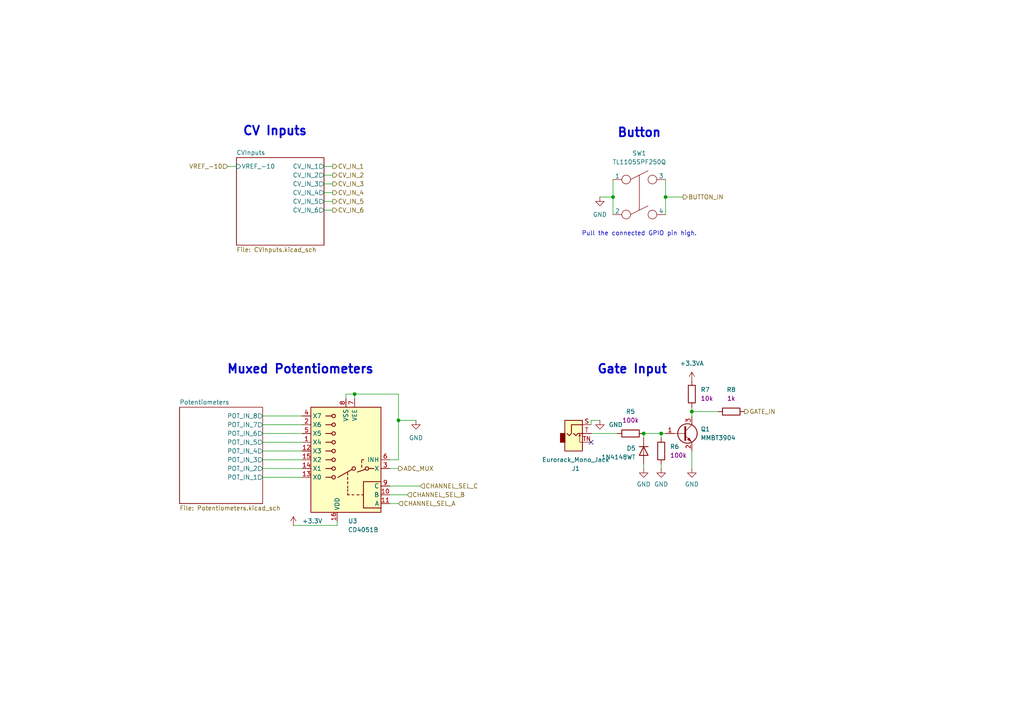
<source format=kicad_sch>
(kicad_sch (version 20250114) (generator "eeschema") (generator_version "9.0")
  (paper "A4")
  (lib_symbols
    (symbol "Lichen:100k_0603" (pin_numbers (hide yes)) (pin_names (offset 0))
      (property "Reference" "R6" (at -2.54 -1.2701 0))
      (property "Display" "100k" (at -2.54 1.2699 0))
      (symbol "100k_0603_0_1"
        (rectangle (start -1.016 -2.54) (end 1.016 2.54) (stroke (width 0.254)))
      )
      (symbol "100k_0603_1_1"
        (pin passive line (at 0 3.81 270) (length 1.27) (name "~") (number "1"))
        (pin passive line (at 0 -3.81 90) (length 1.27) (name "~") (number "2"))
      )
    )
    (symbol "Lichen:10k_0603" (pin_numbers (hide yes)) (pin_names (offset 0))
      (property "Reference" "R7" (at 2.54 1.2701 0))
      (property "Display" "10k" (at 2.54 -1.2699 0))
      (symbol "10k_0603_0_1"
        (rectangle (start -1.016 -2.54) (end 1.016 2.54) (stroke (width 0.254)))
      )
      (symbol "10k_0603_1_1"
        (pin passive line (at 0 3.81 270) (length 1.27) (name "~") (number "1"))
        (pin passive line (at 0 -3.81 90) (length 1.27) (name "~") (number "2"))
      )
    )
    (symbol "Lichen:1N4148WT" (pin_numbers (hide yes)) (pin_names (hide yes))
      (property "Reference" "D5" (at -0.762 -2.286 90))
      (property "Value" "1N4148WT" (at 1.778 -2.286 90))
      (symbol "1N4148WT_0_1"
        (polyline (pts (xy -1.27 1.27) (xy -1.27 -1.27)) (stroke (width 0.254)))
        (polyline (pts (xy 1.27 1.27) (xy 1.27 -1.27) (xy -1.27 0) (xy 1.27 1.27)) (stroke (width 0.254)))
        (polyline (pts (xy 1.27 0) (xy -1.27 0)))
      )
      (symbol "1N4148WT_1_1"
        (pin passive line (at -3.81 0 0) (length 2.54) (name "K") (number "1"))
        (pin passive line (at 3.81 0 180) (length 2.54) (name "A") (number "2"))
      )
    )
    (symbol "Lichen:1k_0603" (pin_numbers (hide yes)) (pin_names (offset 0))
      (property "Reference" "R8" (at 6.35 0 90))
      (property "Display" "1k" (at 3.81 0 90))
      (symbol "1k_0603_0_1"
        (rectangle (start -1.016 -2.54) (end 1.016 2.54) (stroke (width 0.254)))
      )
      (symbol "1k_0603_1_1"
        (pin passive line (at 0 3.81 270) (length 1.27) (name "~") (number "1"))
        (pin passive line (at 0 -3.81 90) (length 1.27) (name "~") (number "2"))
      )
    )
    (symbol "Lichen:CD4051B"
      (property "Reference" "U1" (at 2.1941 17.78 0))
      (property "Value" "CD4051B" (at 2.1941 20.32 0))
      (symbol "CD4051B_0_1"
        (rectangle (start -10.16 15.24) (end 10.16 -15.24) (stroke (width 0.254)) (fill (type background)))
        (rectangle (start -10.16 6.35) (end -5.08 13.97) (stroke (width 0.254)))
        (polyline (pts (xy -8.128 2.54) (xy -6.604 2.54)) (stroke (width 0.254)))
        (circle (center -6.096 2.54) (radius 0.508) (stroke (width 0.254)))
        (polyline (pts (xy -5.588 2.794) (xy -3.302 3.556)) (stroke (width 0.254)))
        (polyline (pts (xy -4.572 10.16) (xy -5.08 10.16)) (stroke (width 0.254)))
        (polyline (pts (xy -4.572 1.524) (xy -4.572 2.159)) (stroke (width 0.254)))
        (polyline (pts (xy -4.572 0.254) (xy -4.572 0.889)) (stroke (width 0.254)))
        (polyline (pts (xy -4.572 0) (xy -5.207 0)) (stroke (width 0.254)))
        (polyline (pts (xy -3.81 10.16) (xy -3.175 10.16)) (stroke (width 0.254)))
        (circle (center -2.286 2.54) (radius 0.508) (stroke (width 0.254)))
        (polyline (pts (xy -1.778 10.16) (xy -2.286 10.16)) (stroke (width 0.254)))
        (polyline (pts (xy -1.778 2.794) (xy 2.286 5.08)) (stroke (width 0.254)))
        (polyline (pts (xy -0.508 10.16) (xy -1.016 10.16)) (stroke (width 0.254)))
        (polyline (pts (xy -0.508 9.652) (xy -0.508 10.16)) (stroke (width 0.254)))
        (polyline (pts (xy -0.508 8.636) (xy -0.508 9.144)) (stroke (width 0.254)))
        (polyline (pts (xy -0.508 7.62) (xy -0.508 8.255)) (stroke (width 0.254)))
        (polyline (pts (xy -0.508 6.35) (xy -0.508 6.985)) (stroke (width 0.254)))
        (polyline (pts (xy -0.508 5.08) (xy -0.508 5.715)) (stroke (width 0.254)))
        (polyline (pts (xy -0.508 3.81) (xy -0.508 4.445)) (stroke (width 0.254)))
        (circle (center 3.556 5.08) (radius 0.508) (stroke (width 0.254)))
        (circle (center 3.556 2.54) (radius 0.508) (stroke (width 0.254)))
        (circle (center 3.556 0) (radius 0.508) (stroke (width 0.254)))
        (circle (center 3.556 -2.54) (radius 0.508) (stroke (width 0.254)))
        (circle (center 3.556 -5.08) (radius 0.508) (stroke (width 0.254)))
        (circle (center 3.556 -7.62) (radius 0.508) (stroke (width 0.254)))
        (circle (center 3.556 -10.16) (radius 0.508) (stroke (width 0.254)))
        (circle (center 3.556 -12.7) (radius 0.508) (stroke (width 0.254)))
        (polyline (pts (xy 4.064 5.08) (xy 5.842 5.08)) (stroke (width 0.254)))
        (polyline (pts (xy 4.064 2.54) (xy 5.842 2.54)) (stroke (width 0.254)))
        (polyline (pts (xy 4.064 0) (xy 5.842 0)) (stroke (width 0.254)))
        (polyline (pts (xy 4.064 -2.54) (xy 5.842 -2.54)) (stroke (width 0.254)))
        (polyline (pts (xy 4.064 -5.08) (xy 5.842 -5.08)) (stroke (width 0.254)))
        (polyline (pts (xy 4.064 -7.62) (xy 5.842 -7.62)) (stroke (width 0.254)))
        (polyline (pts (xy 4.064 -10.16) (xy 5.842 -10.16)) (stroke (width 0.254)))
        (polyline (pts (xy 4.064 -12.7) (xy 5.842 -12.7)) (stroke (width 0.254)))
      )
      (symbol "CD4051B_1_1"
        (pin input line (at -12.7 12.7 0) (length 2.54) (name "A") (number "11"))
        (pin input line (at -12.7 10.16 0) (length 2.54) (name "B") (number "10"))
        (pin input line (at -12.7 7.62 0) (length 2.54) (name "C") (number "9"))
        (pin bidirectional line (at -12.7 2.54 0) (length 2.54) (name "X") (number "3"))
        (pin input line (at -12.7 0 0) (length 2.54) (name "INH") (number "6"))
        (pin power_in line (at -2.54 -17.78 90) (length 2.54) (name "VEE") (number "7"))
        (pin power_in line (at 0 -17.78 90) (length 2.54) (name "VSS") (number "8"))
        (pin power_in line (at 2.54 17.78 270) (length 2.54) (name "VDD") (number "16"))
        (pin bidirectional line (at 12.7 5.08 180) (length 2.54) (name "X0") (number "13"))
        (pin bidirectional line (at 12.7 2.54 180) (length 2.54) (name "X1") (number "14"))
        (pin bidirectional line (at 12.7 0 180) (length 2.54) (name "X2") (number "15"))
        (pin bidirectional line (at 12.7 -2.54 180) (length 2.54) (name "X3") (number "12"))
        (pin bidirectional line (at 12.7 -5.08 180) (length 2.54) (name "X4") (number "1"))
        (pin bidirectional line (at 12.7 -7.62 180) (length 2.54) (name "X5") (number "5"))
        (pin bidirectional line (at 12.7 -10.16 180) (length 2.54) (name "X6") (number "2"))
        (pin bidirectional line (at 12.7 -12.7 180) (length 2.54) (name "X7") (number "4"))
      )
    )
    (symbol "Lichen:TL1105SPF250Q" (pin_numbers (hide yes)) (pin_names (offset 0))
      (property "Reference" "SW1" (at 0 12.7 0))
      (property "Value" "TL1105SPF250Q" (at 0 10.16 0))
      (symbol "TL1105SPF250Q_0_0"
        (circle (center -3.81 5.08) (radius 1.27))
        (circle (center -3.81 -5.08) (radius 1.27))
        (polyline (pts (xy -2.54 5.08) (xy 2.54 7.62)))
        (polyline (pts (xy -2.54 -5.08) (xy 2.54 -2.54)))
        (polyline (pts (xy 0 6.35) (xy 0 -3.81)))
        (circle (center 3.81 5.08) (radius 1.27))
        (circle (center 3.81 -5.08) (radius 1.27))
      )
      (symbol "TL1105SPF250Q_1_1"
        (pin input line (at -7.62 5.08 0) (length 2.54) (name "1") (number "1"))
        (pin input line (at -7.62 -5.08 0) (length 2.54) (name "2") (number "2"))
        (pin input line (at 7.62 5.08 180) (length 2.54) (name "3") (number "3"))
        (pin input line (at 7.62 -5.08 180) (length 2.54) (name "4") (number "4"))
      )
    )
    (symbol "Lichen:Thonkiconn_Mono_Audio_Jack"
      (property "Reference" "J14" (at -5.08 -1.9051 0))
      (property "Value" "Thonkiconn_Mono_Audio_Jack" (at -5.08 0.6349 0))
      (symbol "Thonkiconn_Mono_Audio_Jack_0_1"
        (rectangle (start -2.54 0) (end -3.81 -2.54) (stroke (width 0.254)) (fill (type outline)))
        (polyline (pts (xy 0 0) (xy 0.635 -0.635) (xy 1.27 0) (xy 2.54 0)) (stroke (width 0.254)))
        (polyline (pts (xy 1.778 -0.254) (xy 2.032 -0.762)))
        (rectangle (start 2.54 3.81) (end -2.54 -5.08) (stroke (width 0.254)) (fill (type background)))
        (polyline (pts (xy 2.54 2.54) (xy -0.635 2.54) (xy -0.635 0) (xy -1.27 -0.635) (xy -1.905 0)) (stroke (width 0.254)))
        (polyline (pts (xy 2.54 -2.54) (xy 1.778 -2.54) (xy 1.778 -0.254) (xy 1.524 -0.762)))
      )
      (symbol "Thonkiconn_Mono_Audio_Jack_1_1"
        (pin passive line (at 5.08 2.54 180) (length 2.54) (name "~") (number "S"))
        (pin passive line (at 5.08 0 180) (length 2.54) (name "~") (number "T"))
        (pin passive line (at 5.08 -2.54 180) (length 2.54) (name "~") (number "TN"))
      )
    )
    (symbol "Lichen:Transistor_MMBT3904" (pin_names (offset 0) (hide yes))
      (property "Reference" "Q1" (at 5.08 1.2701 0))
      (property "Value" "Transistor_MMBT3904" (at 5.08 -1.2699 0))
      (symbol "Transistor_MMBT3904_0_1"
        (polyline (pts (xy -2.54 0) (xy 0.635 0)))
        (polyline (pts (xy 0.635 1.905) (xy 0.635 -1.905)) (stroke (width 0.508)))
        (circle (center 1.27 0) (radius 2.8194) (stroke (width 0.254)))
      )
      (symbol "Transistor_MMBT3904_1_1"
        (polyline (pts (xy 0.635 0.635) (xy 2.54 2.54)))
        (polyline (pts (xy 0.635 -0.635) (xy 2.54 -2.54)))
        (polyline (pts (xy 1.27 -1.778) (xy 1.778 -1.27) (xy 2.286 -2.286) (xy 1.27 -1.778)) (fill (type outline)))
        (pin input line (at -5.08 0 0) (length 2.54) (name "B") (number "1"))
        (pin passive line (at 2.54 5.08 270) (length 2.54) (name "C") (number "3"))
        (pin passive line (at 2.54 -5.08 90) (length 2.54) (name "E") (number "2"))
      )
    )
    (symbol "power:+3.3V" (power) (pin_numbers (hide yes)) (pin_names (offset 0) (hide yes))
      (property "Value" "+3.3V" (at 0 3.556 0))
      (symbol "+3.3V_0_1"
        (polyline (pts (xy -0.762 1.27) (xy 0 2.54)))
        (polyline (pts (xy 0 2.54) (xy 0.762 1.27)))
        (polyline (pts (xy 0 0) (xy 0 2.54)))
      )
      (symbol "+3.3V_1_1"
        (pin power_in line (at 0 0 90) (length 0) (name "~") (number "1"))
      )
    )
    (symbol "power:+3.3VA" (power) (pin_numbers (hide yes)) (pin_names (offset 0) (hide yes))
      (property "Value" "+3.3VA" (at 0 3.556 0))
      (symbol "+3.3VA_0_1"
        (polyline (pts (xy -0.762 1.27) (xy 0 2.54)))
        (polyline (pts (xy 0 2.54) (xy 0.762 1.27)))
        (polyline (pts (xy 0 0) (xy 0 2.54)))
      )
      (symbol "+3.3VA_1_1"
        (pin power_in line (at 0 0 90) (length 0) (name "~") (number "1"))
      )
    )
    (symbol "power:GND" (power) (pin_numbers (hide yes)) (pin_names (offset 0) (hide yes))
      (property "Value" "GND" (at 0 -3.81 0))
      (symbol "GND_0_1"
        (polyline (pts (xy 0 0) (xy 0 -1.27) (xy 1.27 -1.27) (xy 0 -2.54) (xy -1.27 -1.27) (xy 0 -1.27)))
      )
      (symbol "GND_1_1"
        (pin power_in line (at 0 0 270) (length 0) (name "~") (number "1"))
      )
    )
  )
  (text "CV Inputs" (at 79.756 38.1 0) (effects (font (size 2.54 2.54) (thickness 0.508) (bold yes))))
  (text "Gate Input" (at 183.388 107.188 0) (effects (font (size 2.54 2.54) (thickness 0.508) (bold yes))))
  (text "Button" (at 185.42 38.608 0) (effects (font (size 2.54 2.54) (thickness 0.508) (bold yes))))
  (text "Muxed Potentiometers" (at 87.122 107.188 0) (effects (font (size 2.54 2.54) (thickness 0.508) (bold yes))))
  (text "Pull the connected GPIO pin high." (at 185.42 67.818 0) (effects (font (size 1.27 1.27))))
  (junction (at 177.8 57.15))
  (junction (at 200.66 119.38))
  (junction (at 191.77 125.73))
  (junction (at 186.69 125.73))
  (junction (at 193.04 57.15))
  (junction (at 102.87 114.3))
  (junction (at 115.57 121.92))
  (no_connect (at 171.45 128.27))
  (wire (pts (xy 193.04 57.15) (xy 193.04 62.23)))
  (wire (pts (xy 76.2 125.73) (xy 87.63 125.73)))
  (wire (pts (xy 113.03 133.35) (xy 115.57 133.35)))
  (wire (pts (xy 100.33 114.3) (xy 102.87 114.3)))
  (wire (pts (xy 115.57 121.92) (xy 115.57 114.3)))
  (wire (pts (xy 200.66 135.89) (xy 200.66 130.81)))
  (wire (pts (xy 177.8 57.15) (xy 177.8 62.23)))
  (wire (pts (xy 171.45 125.73) (xy 179.07 125.73)))
  (wire (pts (xy 76.2 123.19) (xy 87.63 123.19)))
  (wire (pts (xy 208.28 119.38) (xy 200.66 119.38)))
  (wire (pts (xy 76.2 135.89) (xy 87.63 135.89)))
  (wire (pts (xy 186.69 125.73) (xy 191.77 125.73)))
  (wire (pts (xy 85.09 152.4) (xy 97.79 152.4)))
  (wire (pts (xy 115.57 114.3) (xy 102.87 114.3)))
  (wire (pts (xy 200.66 118.11) (xy 200.66 119.38)))
  (wire (pts (xy 193.04 125.73) (xy 191.77 125.73)))
  (wire (pts (xy 121.92 140.97) (xy 113.03 140.97)))
  (wire (pts (xy 76.2 130.81) (xy 87.63 130.81)))
  (wire (pts (xy 76.2 128.27) (xy 87.63 128.27)))
  (wire (pts (xy 96.52 48.26) (xy 93.98 48.26)))
  (wire (pts (xy 97.79 152.4) (xy 97.79 151.13)))
  (wire (pts (xy 96.52 50.8) (xy 93.98 50.8)))
  (wire (pts (xy 96.52 58.42) (xy 93.98 58.42)))
  (wire (pts (xy 193.04 52.07) (xy 193.04 57.15)))
  (wire (pts (xy 100.33 115.57) (xy 100.33 114.3)))
  (wire (pts (xy 66.04 48.26) (xy 68.58 48.26)))
  (wire (pts (xy 171.45 121.92) (xy 173.99 121.92)))
  (wire (pts (xy 186.69 127) (xy 186.69 125.73)))
  (wire (pts (xy 96.52 60.96) (xy 93.98 60.96)))
  (wire (pts (xy 200.66 119.38) (xy 200.66 120.65)))
  (wire (pts (xy 177.8 57.15) (xy 177.8 52.07)))
  (wire (pts (xy 102.87 115.57) (xy 102.87 114.3)))
  (wire (pts (xy 118.11 143.51) (xy 113.03 143.51)))
  (wire (pts (xy 96.52 55.88) (xy 93.98 55.88)))
  (wire (pts (xy 173.99 57.15) (xy 177.8 57.15)))
  (wire (pts (xy 186.69 135.89) (xy 186.69 134.62)))
  (wire (pts (xy 115.57 146.05) (xy 113.03 146.05)))
  (wire (pts (xy 115.57 133.35) (xy 115.57 121.92)))
  (wire (pts (xy 191.77 127) (xy 191.77 125.73)))
  (wire (pts (xy 76.2 120.65) (xy 87.63 120.65)))
  (wire (pts (xy 191.77 134.62) (xy 191.77 135.89)))
  (wire (pts (xy 171.45 121.92) (xy 171.45 123.19)))
  (wire (pts (xy 198.12 57.15) (xy 193.04 57.15)))
  (wire (pts (xy 115.57 135.89) (xy 113.03 135.89)))
  (wire (pts (xy 76.2 133.35) (xy 87.63 133.35)))
  (wire (pts (xy 96.52 53.34) (xy 93.98 53.34)))
  (wire (pts (xy 115.57 121.92) (xy 120.65 121.92)))
  (wire (pts (xy 76.2 138.43) (xy 87.63 138.43)))
  (hierarchical_label "CHANNEL_SEL_C" (shape input) (at 121.92 140.97 0))
  (hierarchical_label "CHANNEL_SEL_A" (shape input) (at 115.57 146.05 0))
  (hierarchical_label "CV_IN_4" (shape output) (at 96.52 55.88 0))
  (hierarchical_label "GATE_IN" (shape output) (at 215.9 119.38 0))
  (hierarchical_label "CV_IN_2" (shape output) (at 96.52 50.8 0))
  (hierarchical_label "VREF_-10" (shape input) (at 66.04 48.26 180))
  (hierarchical_label "CV_IN_3" (shape output) (at 96.52 53.34 0))
  (hierarchical_label "CV_IN_5" (shape output) (at 96.52 58.42 0))
  (hierarchical_label "BUTTON_IN" (shape output) (at 198.12 57.15 0))
  (hierarchical_label "CHANNEL_SEL_B" (shape input) (at 118.11 143.51 0))
  (hierarchical_label "ADC_MUX" (shape output) (at 115.57 135.89 0))
  (hierarchical_label "CV_IN_6" (shape output) (at 96.52 60.96 0))
  (hierarchical_label "CV_IN_1" (shape output) (at 96.52 48.26 0))
  (symbol (lib_id "Lichen:Transistor_MMBT3904") (at 198.12 125.73 0) (unit 1)
    (property "Reference" "Q1" (at 203.2 124.4599 0) (effects (justify left)))
    (property "Value" "MMBT3904" (at 203.2 126.9999 0) (effects (justify left)))
    (property "Footprint" "Package_TO_SOT_SMD:SOT-23" (effects (hide yes)))
    (property "Datasheet" "https://jlcpcb.com/api/file/downloadByFileSystemAccessId/8552894390268936192" (effects (hide yes)))
    (property "Description" "0.2A Ic, 40V Vce, Small Signal NPN Transistor, SOT-23" (effects (hide yes)))
    (property "Manufacturer" "Jiangsu Changjing Electronics Technology Co., Ltd." (effects (hide yes)))
    (property "Part Number" "MMBT3904(RANGE:100-300)" (effects (hide yes)))
    (property "LCSC" "C20526" (effects (hide yes)))
  )
  (symbol (lib_id "power:GND") (at 191.77 135.89 0) (unit 1)
    (property "Reference" "#PWR027" (effects (hide yes)))
    (property "Value" "GND" (at 191.77 140.462 0))
    (property "Description" "Power symbol creates a global label with name \"GND\" , ground" (effects (hide yes)))
  )
  (symbol (lib_id "power:GND") (at 186.69 135.89 0) (unit 1)
    (property "Reference" "#PWR026" (effects (hide yes)))
    (property "Value" "GND" (at 186.69 140.462 0))
    (property "Description" "Power symbol creates a global label with name \"GND\" , ground" (effects (hide yes)))
  )
  (symbol (lib_id "Lichen:TL1105SPF250Q") (at 185.42 57.15 0) (unit 1)
    (property "Reference" "SW1" (at 185.42 44.45 0))
    (property "Value" "TL1105SPF250Q" (at 185.42 46.99 0))
    (property "Footprint" "ES_Daisy_Patch_SM_FB_Rev1:TL1105SPF250Q_SILK" (effects (hide yes)))
    (property "Description" "Double Pole Single Throw (DPST) Switch" (effects (hide yes)))
  )
  (symbol (lib_id "power:GND") (at 200.66 135.89 0) (unit 1)
    (property "Reference" "#PWR029" (effects (hide yes)))
    (property "Value" "GND" (at 200.66 140.462 0))
    (property "Description" "Power symbol creates a global label with name \"GND\" , ground" (effects (hide yes)))
  )
  (symbol (lib_id "Lichen:CD4051B") (at 100.33 133.35 180) (unit 1)
    (property "Reference" "U3" (at 100.9081 151.13 0) (effects (justify right)))
    (property "Value" "CD4051B" (at 100.9081 153.67 0) (effects (justify right)))
    (property "Footprint" "PCM_4ms_Package_SOIC:SOIC-16_3.9x9.9mm_Pitch1.27mm" (effects (hide yes)))
    (property "Datasheet" "http://www.ti.com/lit/ds/symlink/cd4052b.pdf" (effects (hide yes)))
    (property "Description" "CMOS single 8-channel analog multiplexer demultiplexer, TSSOP-16/DIP-16/SOIC-16" (effects (hide yes)))
    (property "Manufacturer" "Texas Instruments" (effects (hide yes)))
    (property "Part Number" "CD4051BM96" (effects (hide yes)))
    (property "LCSC" "C54587 " (effects (hide yes)))
    (property "JLCPCB ID" "C21379" (effects (hide yes)))
  )
  (symbol (lib_id "power:+3.3VA") (at 200.66 110.49 0) (unit 1)
    (property "Reference" "#PWR028" (effects (hide yes)))
    (property "Value" "+3.3VA" (at 200.66 105.41 0))
    (property "Description" "Power symbol creates a global label with name \"+3.3VA\"" (effects (hide yes)))
  )
  (symbol (lib_id "Lichen:100k_0603") (at 182.88 125.73 90) (unit 1)
    (property "Reference" "R5" (at 182.88 119.38 90))
    (property "Value" "100k_0603" (effects (hide yes)))
    (property "Footprint" "PCM_4ms_Resistor:R_0603" (effects (hide yes)))
    (property "Datasheet" "https://www.lcsc.com/datasheet/lcsc_datasheet_2206010045_UNI-ROYAL-Uniroyal-Elec-0603WAF1003T5E_C25803.pdf" (effects (hide yes)))
    (property "Description" "100K, 1%, 1/10W, 0603" (effects (hide yes)))
    (property "Specifications" "100K, 1%, 1/10W, 0603" (effects (hide yes)))
    (property "Manufacturer" "UNI-ROYAL" (effects (hide yes)))
    (property "Part Number" "0603WAF1003T5E" (effects (hide yes)))
    (property "Display" "100k" (at 182.88 121.92 90))
    (property "JLCPCB ID" "C25803" (effects (hide yes)))
  )
  (symbol (lib_id "Lichen:1N4148WT") (at 186.69 130.81 270) (unit 1)
    (property "Reference" "D5" (at 184.404 130.048 90) (effects (justify right)))
    (property "Value" "1N4148WT" (at 184.404 132.588 90) (effects (justify right)))
    (property "Footprint" "Diode_SMD:D_SOD-523" (effects (hide yes)))
    (property "Datasheet" "https://www.diodes.com/assets/Datasheets/ds30396.pdf" (effects (hide yes)))
    (property "Description" "75V 0.15A Fast switching Diode, SOD-523" (effects (hide yes)))
    (property "Sim.Device" "D" (effects (hide yes)))
    (property "Sim.Pins" "1=K 2=A" (effects (hide yes)))
    (property "Manufacturer" " Diodes Incorporated" (effects (hide yes)))
    (property "Part Number" "1N4148WT-7" (effects (hide yes)))
    (property "LCSC" "C83482" (effects (hide yes)))
  )
  (symbol (lib_id "power:GND") (at 173.99 121.92 0) (unit 1)
    (property "Reference" "#PWR025" (effects (hide yes)))
    (property "Value" "GND" (at 176.53 123.1899 0) (effects (justify left)))
    (property "Description" "Power symbol creates a global label with name \"GND\" , ground" (effects (hide yes)))
  )
  (symbol (lib_id "Lichen:Thonkiconn_Mono_Audio_Jack") (at 166.37 125.73 0) (unit 1)
    (property "Reference" "J1" (at 167.005 135.89 0))
    (property "Value" "Eurorack_Mono_Jack" (at 167.005 133.35 0))
    (property "Footprint" "PCM_4ms_Jack:EighthInch_PJ398SM" (effects (hide yes)))
    (property "Datasheet" "https://www.thonk.co.uk/wp-content/uploads/2018/07/Thonkiconn_Jack_Datasheet-new.jpg" (effects (hide yes)))
    (property "Description" "Audio Jack, 2 Poles (Mono / TS), Switched T Pole (Normalling)" (effects (hide yes)))
    (property "MPN" "WQP-WQP518MA" (effects (hide yes)))
    (property "Manufacturer" "WQP" (effects (hide yes)))
    (property "Part Number" "WQP518MA/PJ398SM" (effects (hide yes)))
  )
  (symbol (lib_id "power:GND") (at 120.65 121.92 0) (unit 1)
    (property "Reference" "#PWR023" (effects (hide yes)))
    (property "Value" "GND" (at 120.65 127 0))
    (property "Description" "Power symbol creates a global label with name \"GND\" , ground" (effects (hide yes)))
  )
  (symbol (lib_id "Lichen:1k_0603") (at 212.09 119.38 90) (unit 1)
    (property "Reference" "R8" (at 212.09 113.03 90))
    (property "Value" "1k_0603" (effects (hide yes)))
    (property "Footprint" "PCM_4ms_Resistor:R_0603" (effects (hide yes)))
    (property "Datasheet" "https://www.lcsc.com/datasheet/lcsc_datasheet_2206010130_UNI-ROYAL-Uniroyal-Elec-0603WAF1001T5E_C21190.pdf" (effects (hide yes)))
    (property "Description" "1K, 1%, 1/10W, 0603" (effects (hide yes)))
    (property "Manufacturer" "UNI-ROYAL" (effects (hide yes)))
    (property "Part Number" "0603WAF1001T5E" (effects (hide yes)))
    (property "Display" "1k" (at 212.09 115.57 90))
    (property "LCSC" "C21190" (effects (hide yes)))
  )
  (symbol (lib_id "power:GND") (at 173.99 57.15 0) (unit 1)
    (property "Reference" "#PWR024" (effects (hide yes)))
    (property "Value" "GND" (at 173.99 62.23 0))
    (property "Description" "Power symbol creates a global label with name \"GND\" , ground" (effects (hide yes)))
  )
  (symbol (lib_id "Lichen:100k_0603") (at 191.77 130.81 180) (unit 1)
    (property "Reference" "R6" (at 194.31 129.5399 0) (effects (justify right)))
    (property "Value" "100k_0603" (effects (hide yes)))
    (property "Footprint" "PCM_4ms_Resistor:R_0603" (effects (hide yes)))
    (property "Datasheet" "https://www.lcsc.com/datasheet/lcsc_datasheet_2206010045_UNI-ROYAL-Uniroyal-Elec-0603WAF1003T5E_C25803.pdf" (effects (hide yes)))
    (property "Description" "100K, 1%, 1/10W, 0603" (effects (hide yes)))
    (property "Manufacturer" "UNI-ROYAL" (effects (hide yes)))
    (property "Part Number" "0603WAF1003T5E" (effects (hide yes)))
    (property "Display" "100k" (at 194.31 132.0799 0) (effects (justify right)))
    (property "JLCPCB ID" "C25803" (effects (hide yes)))
  )
  (symbol (lib_id "Lichen:10k_0603") (at 200.66 114.3 0) (unit 1)
    (property "Reference" "R7" (at 203.2 113.0299 0) (effects (justify left)))
    (property "Value" "10k_0603" (effects (hide yes)))
    (property "Footprint" "PCM_4ms_Resistor:R_0603" (effects (hide yes)))
    (property "Description" "10K, 1%, 1/10W, 0603" (effects (hide yes)))
    (property "Manufacturer" "UNI-ROYAL" (effects (hide yes)))
    (property "Part Number" "0603WAF1002T5E" (effects (hide yes)))
    (property "Display" "10k" (at 203.2 115.5699 0) (effects (justify left)))
    (property "JLCPCB ID" "C25804" (effects (hide yes)))
  )
  (symbol (lib_id "power:+3.3V") (at 85.09 152.4 0) (unit 1)
    (property "Reference" "#PWR022" (effects (hide yes)))
    (property "Value" "+3.3V" (at 87.63 151.1299 0) (effects (justify left)))
    (property "Description" "Power symbol creates a global label with name \"+3.3V\"" (effects (hide yes)))
  )
  (sheet (at 68.58 45.72) (size 25.4 25.4) (stroke (width 0.1524))
    (property "Sheetname" "CVInputs" (at 68.58 45.0084 0) (effects (justify left bottom)))
    (property "Sheetfile" "CVInputs.kicad_sch" (at 68.58 71.7046 0) (effects (justify left top)))
    (pin "CV_IN_1" output (at 93.98 48.26 0))
    (pin "CV_IN_2" output (at 93.98 50.8 0))
    (pin "CV_IN_3" output (at 93.98 53.34 0))
    (pin "CV_IN_4" output (at 93.98 55.88 0))
    (pin "CV_IN_5" output (at 93.98 58.42 0))
    (pin "CV_IN_6" output (at 93.98 60.96 0))
    (pin "VREF_-10" input (at 68.58 48.26 180))
  )
  (sheet (at 52.07 118.11) (size 24.13 27.94) (stroke (width 0.1524))
    (property "Sheetname" "Potentiometers" (at 52.07 117.3984 0) (effects (justify left bottom)))
    (property "Sheetfile" "Potentiometers.kicad_sch" (at 52.07 146.6346 0) (effects (justify left top)))
    (pin "POT_IN_1" output (at 76.2 138.43 0))
    (pin "POT_IN_2" output (at 76.2 135.89 0))
    (pin "POT_IN_3" output (at 76.2 133.35 0))
    (pin "POT_IN_4" output (at 76.2 130.81 0))
    (pin "POT_IN_5" output (at 76.2 128.27 0))
    (pin "POT_IN_6" output (at 76.2 125.73 0))
    (pin "POT_IN_7" output (at 76.2 123.19 0))
    (pin "POT_IN_8" output (at 76.2 120.65 0))
  )
)
</source>
